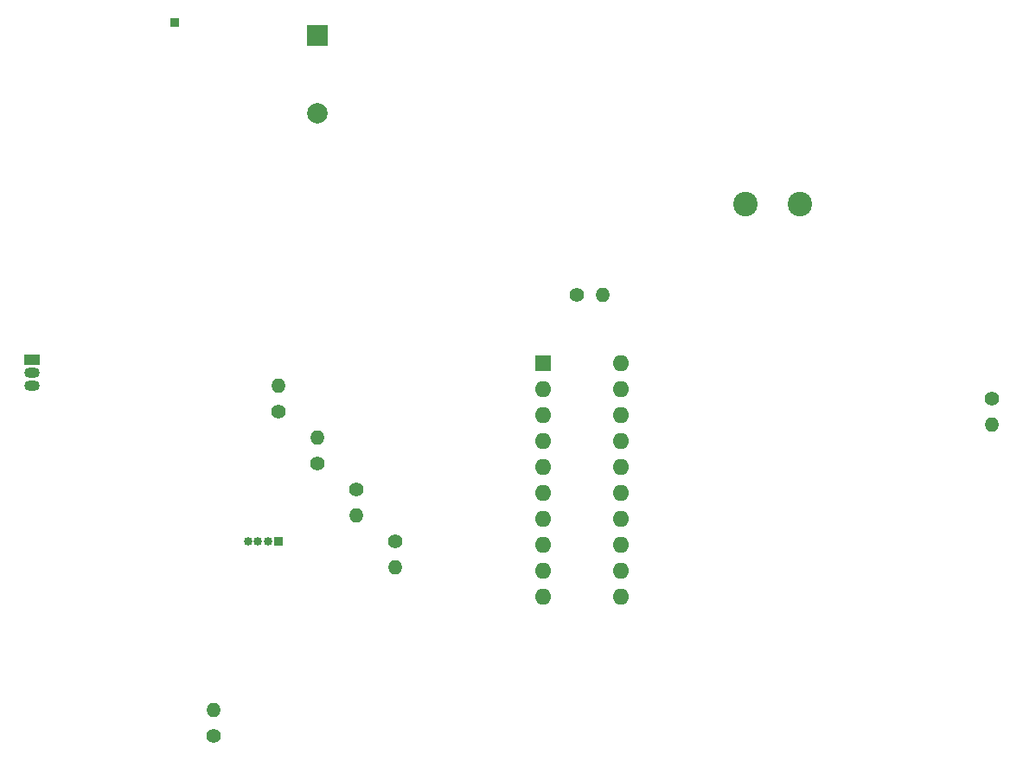
<source format=gbr>
%TF.GenerationSoftware,KiCad,Pcbnew,(5.1.12)-1*%
%TF.CreationDate,2022-11-24T21:41:11-03:00*%
%TF.ProjectId,LED_tree,4c45445f-7472-4656-952e-6b696361645f,rev?*%
%TF.SameCoordinates,Original*%
%TF.FileFunction,Soldermask,Bot*%
%TF.FilePolarity,Negative*%
%FSLAX46Y46*%
G04 Gerber Fmt 4.6, Leading zero omitted, Abs format (unit mm)*
G04 Created by KiCad (PCBNEW (5.1.12)-1) date 2022-11-24 21:41:11*
%MOMM*%
%LPD*%
G01*
G04 APERTURE LIST*
%ADD10C,2.400000*%
%ADD11O,0.850000X0.850000*%
%ADD12R,0.850000X0.850000*%
%ADD13O,1.600000X1.600000*%
%ADD14R,1.600000X1.600000*%
%ADD15O,1.400000X1.400000*%
%ADD16C,1.400000*%
%ADD17R,1.500000X1.050000*%
%ADD18O,1.500000X1.050000*%
%ADD19C,2.000000*%
%ADD20R,2.000000X2.000000*%
G04 APERTURE END LIST*
D10*
%TO.C,SW1*%
X150080000Y-49530000D03*
X144780000Y-49530000D03*
%TD*%
D11*
%TO.C,J2*%
X96060000Y-82550000D03*
X97060000Y-82550000D03*
X98060000Y-82550000D03*
D12*
X99060000Y-82550000D03*
%TD*%
%TO.C,J1*%
X88900000Y-31750000D03*
%TD*%
D13*
%TO.C,U1*%
X132580000Y-65150000D03*
X124960000Y-88010000D03*
X132580000Y-67690000D03*
X124960000Y-85470000D03*
X132580000Y-70230000D03*
X124960000Y-82930000D03*
X132580000Y-72770000D03*
X124960000Y-80390000D03*
X132580000Y-75310000D03*
X124960000Y-77850000D03*
X132580000Y-77850000D03*
X124960000Y-75310000D03*
X132580000Y-80390000D03*
X124960000Y-72770000D03*
X132580000Y-82930000D03*
X124960000Y-70230000D03*
X132580000Y-85470000D03*
X124960000Y-67690000D03*
X132580000Y-88010000D03*
D14*
X124960000Y-65150000D03*
%TD*%
D15*
%TO.C,R7*%
X168910000Y-71120000D03*
D16*
X168910000Y-68580000D03*
%TD*%
D15*
%TO.C,R6*%
X110490000Y-85090000D03*
D16*
X110490000Y-82550000D03*
%TD*%
D15*
%TO.C,R5*%
X106680000Y-80010000D03*
D16*
X106680000Y-77470000D03*
%TD*%
D15*
%TO.C,R4*%
X102870000Y-72390000D03*
D16*
X102870000Y-74930000D03*
%TD*%
D15*
%TO.C,R3*%
X99060000Y-67310000D03*
D16*
X99060000Y-69850000D03*
%TD*%
D15*
%TO.C,R2*%
X130810000Y-58420000D03*
D16*
X128270000Y-58420000D03*
%TD*%
D15*
%TO.C,R1*%
X92710000Y-99060000D03*
D16*
X92710000Y-101600000D03*
%TD*%
D17*
%TO.C,Q1*%
X74930000Y-64770000D03*
D18*
X74930000Y-67310000D03*
X74930000Y-66040000D03*
%TD*%
D19*
%TO.C,BZ1*%
X102870000Y-40620000D03*
D20*
X102870000Y-33020000D03*
%TD*%
M02*

</source>
